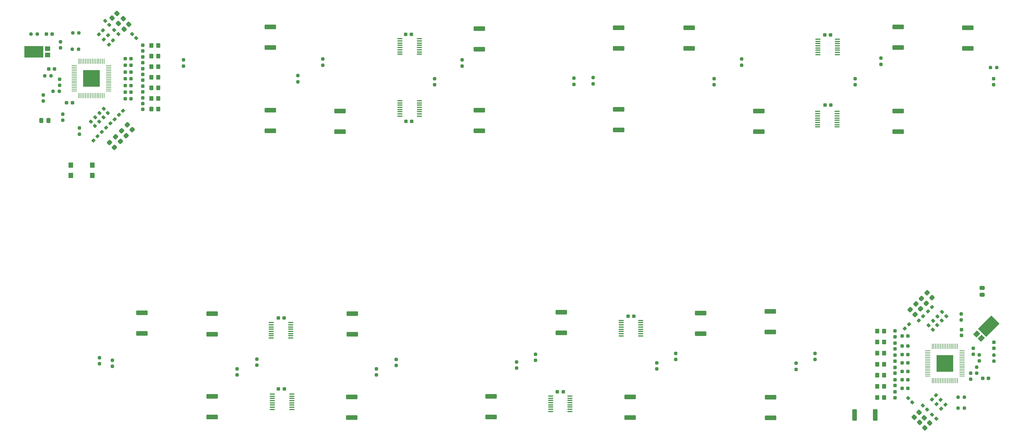
<source format=gbr>
%TF.GenerationSoftware,KiCad,Pcbnew,7.0.8*%
%TF.CreationDate,2023-12-06T14:39:46-05:00*%
%TF.ProjectId,BMS1,424d5331-2e6b-4696-9361-645f70636258,1*%
%TF.SameCoordinates,Original*%
%TF.FileFunction,Paste,Top*%
%TF.FilePolarity,Positive*%
%FSLAX46Y46*%
G04 Gerber Fmt 4.6, Leading zero omitted, Abs format (unit mm)*
G04 Created by KiCad (PCBNEW 7.0.8) date 2023-12-06 14:39:46*
%MOMM*%
%LPD*%
G01*
G04 APERTURE LIST*
G04 Aperture macros list*
%AMRoundRect*
0 Rectangle with rounded corners*
0 $1 Rounding radius*
0 $2 $3 $4 $5 $6 $7 $8 $9 X,Y pos of 4 corners*
0 Add a 4 corners polygon primitive as box body*
4,1,4,$2,$3,$4,$5,$6,$7,$8,$9,$2,$3,0*
0 Add four circle primitives for the rounded corners*
1,1,$1+$1,$2,$3*
1,1,$1+$1,$4,$5*
1,1,$1+$1,$6,$7*
1,1,$1+$1,$8,$9*
0 Add four rect primitives between the rounded corners*
20,1,$1+$1,$2,$3,$4,$5,0*
20,1,$1+$1,$4,$5,$6,$7,0*
20,1,$1+$1,$6,$7,$8,$9,0*
20,1,$1+$1,$8,$9,$2,$3,0*%
%AMRotRect*
0 Rectangle, with rotation*
0 The origin of the aperture is its center*
0 $1 length*
0 $2 width*
0 $3 Rotation angle, in degrees counterclockwise*
0 Add horizontal line*
21,1,$1,$2,0,0,$3*%
G04 Aperture macros list end*
%ADD10RoundRect,0.249999X-1.425001X0.450001X-1.425001X-0.450001X1.425001X-0.450001X1.425001X0.450001X0*%
%ADD11RoundRect,0.250000X-0.350000X-0.450000X0.350000X-0.450000X0.350000X0.450000X-0.350000X0.450000X0*%
%ADD12RoundRect,0.237500X-0.044194X-0.380070X0.380070X0.044194X0.044194X0.380070X-0.380070X-0.044194X0*%
%ADD13RoundRect,0.237500X0.371231X-0.035355X-0.035355X0.371231X-0.371231X0.035355X0.035355X-0.371231X0*%
%ADD14RoundRect,0.237500X-0.237500X0.300000X-0.237500X-0.300000X0.237500X-0.300000X0.237500X0.300000X0*%
%ADD15RoundRect,0.100000X-0.637500X-0.100000X0.637500X-0.100000X0.637500X0.100000X-0.637500X0.100000X0*%
%ADD16RoundRect,0.237500X0.380070X-0.044194X-0.044194X0.380070X-0.380070X0.044194X0.044194X-0.380070X0*%
%ADD17RoundRect,0.237500X0.300000X0.237500X-0.300000X0.237500X-0.300000X-0.237500X0.300000X-0.237500X0*%
%ADD18RoundRect,0.237500X0.237500X-0.250000X0.237500X0.250000X-0.237500X0.250000X-0.237500X-0.250000X0*%
%ADD19RoundRect,0.237500X-0.237500X0.250000X-0.237500X-0.250000X0.237500X-0.250000X0.237500X0.250000X0*%
%ADD20RoundRect,0.237500X0.250000X0.237500X-0.250000X0.237500X-0.250000X-0.237500X0.250000X-0.237500X0*%
%ADD21RoundRect,0.250000X-0.565685X-0.070711X-0.070711X-0.565685X0.565685X0.070711X0.070711X0.565685X0*%
%ADD22R,5.571200X3.410801*%
%ADD23R,1.603200X1.390000*%
%ADD24R,1.400000X1.650000*%
%ADD25RoundRect,0.237500X0.237500X-0.300000X0.237500X0.300000X-0.237500X0.300000X-0.237500X-0.300000X0*%
%ADD26R,0.250000X1.500000*%
%ADD27R,1.500000X0.250000*%
%ADD28R,5.000000X5.000000*%
%ADD29RoundRect,0.237500X0.035355X0.371231X-0.371231X-0.035355X-0.035355X-0.371231X0.371231X0.035355X0*%
%ADD30RoundRect,0.237500X0.287500X0.237500X-0.287500X0.237500X-0.287500X-0.237500X0.287500X-0.237500X0*%
%ADD31RoundRect,0.249999X1.425001X-0.450001X1.425001X0.450001X-1.425001X0.450001X-1.425001X-0.450001X0*%
%ADD32RoundRect,0.250000X0.565685X0.070711X0.070711X0.565685X-0.565685X-0.070711X-0.070711X-0.565685X0*%
%ADD33RoundRect,0.237500X-0.035355X-0.371231X0.371231X0.035355X0.035355X0.371231X-0.371231X-0.035355X0*%
%ADD34RoundRect,0.250000X0.350000X0.450000X-0.350000X0.450000X-0.350000X-0.450000X0.350000X-0.450000X0*%
%ADD35RoundRect,0.237500X-0.371231X0.035355X0.035355X-0.371231X0.371231X-0.035355X-0.035355X0.371231X0*%
%ADD36RotRect,5.571200X3.410801X45.000000*%
%ADD37RotRect,1.603200X1.390000X45.000000*%
%ADD38RoundRect,0.250000X-0.070711X0.565685X-0.565685X0.070711X0.070711X-0.565685X0.565685X-0.070711X0*%
%ADD39RoundRect,0.237500X-0.250000X-0.237500X0.250000X-0.237500X0.250000X0.237500X-0.250000X0.237500X0*%
%ADD40RoundRect,0.237500X-0.300000X-0.237500X0.300000X-0.237500X0.300000X0.237500X-0.300000X0.237500X0*%
%ADD41RoundRect,0.237500X0.237500X-0.287500X0.237500X0.287500X-0.237500X0.287500X-0.237500X-0.287500X0*%
%ADD42RoundRect,0.237500X-0.287500X-0.237500X0.287500X-0.237500X0.287500X0.237500X-0.287500X0.237500X0*%
%ADD43RoundRect,0.237500X-0.380070X0.044194X0.044194X-0.380070X0.380070X-0.044194X-0.044194X0.380070X0*%
%ADD44RoundRect,0.237500X0.044194X0.380070X-0.380070X-0.044194X-0.044194X-0.380070X0.380070X0.044194X0*%
%ADD45RoundRect,0.250000X-0.337500X-0.475000X0.337500X-0.475000X0.337500X0.475000X-0.337500X0.475000X0*%
%ADD46RoundRect,0.249999X-0.450001X-1.425001X0.450001X-1.425001X0.450001X1.425001X-0.450001X1.425001X0*%
%ADD47RoundRect,0.250000X0.070711X-0.565685X0.565685X-0.070711X-0.070711X0.565685X-0.565685X0.070711X0*%
%ADD48RoundRect,0.250000X0.475000X-0.337500X0.475000X0.337500X-0.475000X0.337500X-0.475000X-0.337500X0*%
G04 APERTURE END LIST*
D10*
%TO.C,R31*%
X129858000Y-125220000D03*
X129858000Y-131320000D03*
%TD*%
D11*
%TO.C,R24*%
X284912000Y-133658500D03*
X286912000Y-133658500D03*
%TD*%
D12*
%TO.C,C28*%
X55917598Y-71468696D03*
X57137358Y-70248936D03*
%TD*%
D13*
%TO.C,L23*%
X53888718Y-69672718D03*
X52651282Y-68435282D03*
%TD*%
D14*
%TO.C,C20*%
X290152000Y-137565500D03*
X290152000Y-139290500D03*
%TD*%
D15*
%TO.C,U5*%
X105933500Y-127898000D03*
X105933500Y-128548000D03*
X105933500Y-129198000D03*
X105933500Y-129848000D03*
X105933500Y-130498000D03*
X105933500Y-131148000D03*
X105933500Y-131798000D03*
X105933500Y-132448000D03*
X111658500Y-132448000D03*
X111658500Y-131798000D03*
X111658500Y-131148000D03*
X111658500Y-130498000D03*
X111658500Y-129848000D03*
X111658500Y-129198000D03*
X111658500Y-128548000D03*
X111658500Y-127898000D03*
%TD*%
D13*
%TO.C,L24*%
X55158719Y-68402717D03*
X53921283Y-67165281D03*
%TD*%
D12*
%TO.C,C30*%
X60964105Y-66422189D03*
X62183865Y-65202429D03*
%TD*%
D16*
%TO.C,C38*%
X60788100Y-42536100D03*
X59568340Y-41316340D03*
%TD*%
D17*
%TO.C,C1*%
X109798105Y-147545185D03*
X108073105Y-147545185D03*
%TD*%
%TO.C,C8*%
X271219000Y-63500000D03*
X269494000Y-63500000D03*
%TD*%
%TO.C,C2*%
X271118499Y-42775500D03*
X269393499Y-42775500D03*
%TD*%
D18*
%TO.C,R45*%
X178372000Y-141374500D03*
X178372000Y-139549500D03*
%TD*%
D19*
%TO.C,R51*%
X55182000Y-138279500D03*
X55182000Y-140104500D03*
%TD*%
D20*
%TO.C,R4*%
X310626000Y-149987000D03*
X308801000Y-149987000D03*
%TD*%
D21*
%TO.C,R17*%
X296309573Y-122398012D03*
X297723787Y-123812226D03*
%TD*%
D22*
%TO.C,Q2*%
X35821900Y-47752000D03*
D23*
X39905499Y-48672001D03*
X39905499Y-46831999D03*
%TD*%
D18*
%TO.C,R44*%
X183960000Y-139088500D03*
X183960000Y-137263500D03*
%TD*%
D24*
%TO.C,T1*%
X53086000Y-84328000D03*
X53086000Y-81280000D03*
X46736000Y-81280000D03*
X46736000Y-84328000D03*
%TD*%
D19*
%TO.C,R5*%
X315044000Y-137412000D03*
X315044000Y-139237000D03*
%TD*%
D25*
%TO.C,C34*%
X68002000Y-54460149D03*
X68002000Y-52735149D03*
%TD*%
D18*
%TO.C,R84*%
X278384000Y-57554500D03*
X278384000Y-55729500D03*
%TD*%
D16*
%TO.C,C39*%
X58096000Y-39844000D03*
X56876240Y-38624240D03*
%TD*%
D26*
%TO.C,U10*%
X49082000Y-60701000D03*
X49582000Y-60701000D03*
X50082000Y-60701000D03*
X50582000Y-60701000D03*
X51082000Y-60701000D03*
X51582000Y-60701000D03*
X52082000Y-60701000D03*
X52582000Y-60701000D03*
X53082000Y-60701000D03*
X53582000Y-60701000D03*
X54082000Y-60701000D03*
X54582000Y-60701000D03*
X55082000Y-60701000D03*
X55582000Y-60701000D03*
X56082000Y-60701000D03*
X56582000Y-60701000D03*
D27*
X57907000Y-59376000D03*
X57907000Y-58876000D03*
X57907000Y-58376000D03*
X57907000Y-57876000D03*
X57907000Y-57376000D03*
X57907000Y-56876000D03*
X57907000Y-56376000D03*
X57907000Y-55876000D03*
X57907000Y-55376000D03*
X57907000Y-54876000D03*
X57907000Y-54376000D03*
X57907000Y-53876000D03*
X57907000Y-53376000D03*
X57907000Y-52876000D03*
X57907000Y-52376000D03*
X57907000Y-51876000D03*
D26*
X56582000Y-50551000D03*
X56082000Y-50551000D03*
X55582000Y-50551000D03*
X55082000Y-50551000D03*
X54582000Y-50551000D03*
X54082000Y-50551000D03*
X53582000Y-50551000D03*
X53082000Y-50551000D03*
X52582000Y-50551000D03*
X52082000Y-50551000D03*
X51582000Y-50551000D03*
X51082000Y-50551000D03*
X50582000Y-50551000D03*
X50082000Y-50551000D03*
X49582000Y-50551000D03*
X49082000Y-50551000D03*
D27*
X47757000Y-51876000D03*
X47757000Y-52376000D03*
X47757000Y-52876000D03*
X47757000Y-53376000D03*
X47757000Y-53876000D03*
X47757000Y-54376000D03*
X47757000Y-54876000D03*
X47757000Y-55376000D03*
X47757000Y-55876000D03*
X47757000Y-56376000D03*
X47757000Y-56876000D03*
X47757000Y-57376000D03*
X47757000Y-57876000D03*
X47757000Y-58376000D03*
X47757000Y-58876000D03*
X47757000Y-59376000D03*
D28*
X52832000Y-55626000D03*
%TD*%
D18*
%TO.C,R85*%
X244856000Y-51759500D03*
X244856000Y-49934500D03*
%TD*%
D29*
%TO.C,L18*%
X57730038Y-42902601D03*
X56492602Y-44140037D03*
%TD*%
D18*
%TO.C,R40*%
X266510000Y-138834500D03*
X266510000Y-137009500D03*
%TD*%
D17*
%TO.C,C3*%
X192188500Y-148336001D03*
X190463500Y-148336001D03*
%TD*%
D14*
%TO.C,C32*%
X68002000Y-59643949D03*
X68002000Y-61368949D03*
%TD*%
D30*
%TO.C,L28*%
X64559001Y-57729800D03*
X62809001Y-57729800D03*
%TD*%
D31*
%TO.C,R67*%
X291084000Y-71376000D03*
X291084000Y-65276000D03*
%TD*%
D32*
%TO.C,R58*%
X59632707Y-76043507D03*
X58218493Y-74629293D03*
%TD*%
D10*
%TO.C,R72*%
X311658000Y-40636000D03*
X311658000Y-46736000D03*
%TD*%
D33*
%TO.C,L15*%
X301046682Y-150622218D03*
X302284118Y-149384782D03*
%TD*%
D34*
%TO.C,R65*%
X72542000Y-55338000D03*
X70542000Y-55338000D03*
%TD*%
D35*
%TO.C,L7*%
X304049282Y-124755282D03*
X305286718Y-125992718D03*
%TD*%
D15*
%TO.C,U4*%
X143980315Y-43920475D03*
X143980315Y-44570475D03*
X143980315Y-45220475D03*
X143980315Y-45870475D03*
X143980315Y-46520475D03*
X143980315Y-47170475D03*
X143980315Y-47820475D03*
X143980315Y-48470475D03*
X149705315Y-48470475D03*
X149705315Y-47820475D03*
X149705315Y-47170475D03*
X149705315Y-46520475D03*
X149705315Y-45870475D03*
X149705315Y-45220475D03*
X149705315Y-44570475D03*
X149705315Y-43920475D03*
%TD*%
D14*
%TO.C,C21*%
X290152000Y-141168759D03*
X290152000Y-142893759D03*
%TD*%
D15*
%TO.C,U6*%
X188463500Y-149617000D03*
X188463500Y-150267000D03*
X188463500Y-150917000D03*
X188463500Y-151567000D03*
X188463500Y-152217000D03*
X188463500Y-152867000D03*
X188463500Y-153517000D03*
X188463500Y-154167000D03*
X194188500Y-154167000D03*
X194188500Y-153517000D03*
X194188500Y-152867000D03*
X194188500Y-152217000D03*
X194188500Y-151567000D03*
X194188500Y-150917000D03*
X194188500Y-150267000D03*
X194188500Y-149617000D03*
%TD*%
D20*
%TO.C,R81*%
X320214000Y-52451000D03*
X318389000Y-52451000D03*
%TD*%
D25*
%TO.C,C35*%
X68002000Y-51005749D03*
X68002000Y-49280749D03*
%TD*%
D18*
%TO.C,R88*%
X195326000Y-57404000D03*
X195326000Y-55579000D03*
%TD*%
D36*
%TO.C,Q1*%
X317852202Y-128997798D03*
D37*
X314314123Y-131234799D03*
X315615201Y-132535877D03*
%TD*%
D19*
%TO.C,R47*%
X136970000Y-141581500D03*
X136970000Y-143406500D03*
%TD*%
D15*
%TO.C,U3*%
X267393500Y-44056500D03*
X267393500Y-44706500D03*
X267393500Y-45356500D03*
X267393500Y-46006500D03*
X267393500Y-46656500D03*
X267393500Y-47306500D03*
X267393500Y-47956500D03*
X267393500Y-48606500D03*
X273118500Y-48606500D03*
X273118500Y-47956500D03*
X273118500Y-47306500D03*
X273118500Y-46656500D03*
X273118500Y-46006500D03*
X273118500Y-45356500D03*
X273118500Y-44706500D03*
X273118500Y-44056500D03*
%TD*%
D18*
%TO.C,R95*%
X319405000Y-139342500D03*
X319405000Y-137517500D03*
%TD*%
D11*
%TO.C,R22*%
X284912000Y-150027200D03*
X286912000Y-150027200D03*
%TD*%
D21*
%TO.C,R20*%
X297966673Y-120755113D03*
X299380887Y-122169327D03*
%TD*%
D19*
%TO.C,R1*%
X313266000Y-135483500D03*
X313266000Y-137308500D03*
%TD*%
D18*
%TO.C,R89*%
X162306000Y-52013500D03*
X162306000Y-50188500D03*
%TD*%
D34*
%TO.C,R61*%
X72542000Y-45953149D03*
X70542000Y-45953149D03*
%TD*%
D14*
%TO.C,C23*%
X290152001Y-148375280D03*
X290152001Y-150100280D03*
%TD*%
D30*
%TO.C,L29*%
X64559000Y-53771700D03*
X62809000Y-53771700D03*
%TD*%
D19*
%TO.C,R50*%
X58992000Y-139041500D03*
X58992000Y-140866500D03*
%TD*%
D14*
%TO.C,C22*%
X290152000Y-144772020D03*
X290152000Y-146497020D03*
%TD*%
D19*
%TO.C,R48*%
X101664000Y-138684000D03*
X101664000Y-140509000D03*
%TD*%
D31*
%TO.C,R30*%
X253429000Y-156085000D03*
X253429000Y-149985000D03*
%TD*%
D38*
%TO.C,R53*%
X62215827Y-37948713D03*
X60801613Y-39362927D03*
%TD*%
D18*
%TO.C,R90*%
X154178000Y-57531000D03*
X154178000Y-55706000D03*
%TD*%
D17*
%TO.C,C14*%
X47217500Y-62865000D03*
X45492500Y-62865000D03*
%TD*%
D18*
%TO.C,R91*%
X121158000Y-51759500D03*
X121158000Y-49934500D03*
%TD*%
D15*
%TO.C,U8*%
X267325000Y-65428500D03*
X267325000Y-66078500D03*
X267325000Y-66728500D03*
X267325000Y-67378500D03*
X267325000Y-68028500D03*
X267325000Y-68678500D03*
X267325000Y-69328500D03*
X267325000Y-69978500D03*
X273050000Y-69978500D03*
X273050000Y-69328500D03*
X273050000Y-68678500D03*
X273050000Y-68028500D03*
X273050000Y-67378500D03*
X273050000Y-66728500D03*
X273050000Y-66078500D03*
X273050000Y-65428500D03*
%TD*%
D31*
%TO.C,R69*%
X105664000Y-71122000D03*
X105664000Y-65022000D03*
%TD*%
D39*
%TO.C,R94*%
X35005000Y-42545000D03*
X36830000Y-42545000D03*
%TD*%
D10*
%TO.C,R75*%
X105664000Y-40384000D03*
X105664000Y-46484000D03*
%TD*%
D39*
%TO.C,R8*%
X47324000Y-42164000D03*
X49149000Y-42164000D03*
%TD*%
D31*
%TO.C,R77*%
X126238000Y-71376000D03*
X126238000Y-65276000D03*
%TD*%
D34*
%TO.C,R52*%
X72542000Y-49081434D03*
X70542000Y-49081434D03*
%TD*%
D32*
%TO.C,R59*%
X61376907Y-74299307D03*
X59962693Y-72885093D03*
%TD*%
D39*
%TO.C,R9*%
X47197000Y-46990000D03*
X49022000Y-46990000D03*
%TD*%
D29*
%TO.C,L27*%
X59214938Y-44387502D03*
X57977502Y-45624938D03*
%TD*%
D11*
%TO.C,R23*%
X284912000Y-130384800D03*
X286912000Y-130384800D03*
%TD*%
D32*
%TO.C,R13*%
X301087987Y-120476427D03*
X299673773Y-119062213D03*
%TD*%
D40*
%TO.C,C12*%
X40185000Y-52832000D03*
X41910000Y-52832000D03*
%TD*%
D12*
%TO.C,C27*%
X53394345Y-73991949D03*
X54614105Y-72772189D03*
%TD*%
D18*
%TO.C,R79*%
X49276000Y-72136000D03*
X49276000Y-70311000D03*
%TD*%
D34*
%TO.C,R64*%
X72542000Y-58466283D03*
X70542000Y-58466283D03*
%TD*%
D41*
%TO.C,D2*%
X319405000Y-135495000D03*
X319405000Y-133745000D03*
%TD*%
D10*
%TO.C,R74*%
X229362000Y-40638000D03*
X229362000Y-46738000D03*
%TD*%
D18*
%TO.C,R43*%
X219774000Y-141628500D03*
X219774000Y-139803500D03*
%TD*%
D17*
%TO.C,C4*%
X147350815Y-42639474D03*
X145625815Y-42639474D03*
%TD*%
D42*
%TO.C,D1*%
X39525001Y-42545000D03*
X41275001Y-42545000D03*
%TD*%
D34*
%TO.C,R62*%
X72542000Y-64722849D03*
X70542000Y-64722849D03*
%TD*%
D43*
%TO.C,C24*%
X294052120Y-150264120D03*
X295271880Y-151483880D03*
%TD*%
D19*
%TO.C,R87*%
X201041000Y-55428500D03*
X201041000Y-57253500D03*
%TD*%
D10*
%TO.C,R78*%
X208534000Y-40638000D03*
X208534000Y-46738000D03*
%TD*%
%TO.C,R37*%
X88476000Y-125220000D03*
X88476000Y-131320000D03*
%TD*%
D35*
%TO.C,L8*%
X301409282Y-127395282D03*
X302646718Y-128632718D03*
%TD*%
D44*
%TO.C,C15*%
X301113880Y-123340120D03*
X299894120Y-124559880D03*
%TD*%
D40*
%TO.C,C6*%
X145722000Y-68326000D03*
X147447000Y-68326000D03*
%TD*%
D12*
%TO.C,C29*%
X58440851Y-68945443D03*
X59660611Y-67725683D03*
%TD*%
D18*
%TO.C,R11*%
X43434000Y-57705000D03*
X43434000Y-55880000D03*
%TD*%
D10*
%TO.C,R70*%
X291084000Y-40382000D03*
X291084000Y-46482000D03*
%TD*%
D15*
%TO.C,U2*%
X209311500Y-127263000D03*
X209311500Y-127913000D03*
X209311500Y-128563000D03*
X209311500Y-129213000D03*
X209311500Y-129863000D03*
X209311500Y-130513000D03*
X209311500Y-131163000D03*
X209311500Y-131813000D03*
X215036500Y-131813000D03*
X215036500Y-131163000D03*
X215036500Y-130513000D03*
X215036500Y-129863000D03*
X215036500Y-129213000D03*
X215036500Y-128563000D03*
X215036500Y-127913000D03*
X215036500Y-127263000D03*
%TD*%
D42*
%TO.C,L16*%
X292263000Y-147318000D03*
X294013000Y-147318000D03*
%TD*%
D39*
%TO.C,R10*%
X39069000Y-54864000D03*
X40894000Y-54864000D03*
%TD*%
D10*
%TO.C,R68*%
X167386000Y-40892000D03*
X167386000Y-46992000D03*
%TD*%
D45*
%TO.C,C10*%
X38057000Y-68072000D03*
X40132000Y-68072000D03*
%TD*%
D18*
%TO.C,R86*%
X236728000Y-57554500D03*
X236728000Y-55729500D03*
%TD*%
D42*
%TO.C,L9*%
X292263000Y-134829670D03*
X294013000Y-134829670D03*
%TD*%
D19*
%TO.C,R80*%
X38608000Y-60555500D03*
X38608000Y-62380500D03*
%TD*%
D11*
%TO.C,R15*%
X284912000Y-146753500D03*
X286912000Y-146753500D03*
%TD*%
D46*
%TO.C,R32*%
X278192001Y-155194000D03*
X284292001Y-155194000D03*
%TD*%
D32*
%TO.C,R56*%
X64865307Y-70810907D03*
X63451093Y-69396693D03*
%TD*%
D31*
%TO.C,R28*%
X129731000Y-155958000D03*
X129731000Y-149858000D03*
%TD*%
D47*
%TO.C,R16*%
X297424400Y-157446300D03*
X298838614Y-156032086D03*
%TD*%
D44*
%TO.C,C16*%
X298419780Y-126034220D03*
X297200020Y-127253980D03*
%TD*%
D11*
%TO.C,R26*%
X284912000Y-140206000D03*
X286912000Y-140206000D03*
%TD*%
D30*
%TO.C,L31*%
X64559000Y-55750800D03*
X62809000Y-55750800D03*
%TD*%
D25*
%TO.C,C36*%
X68002000Y-47551349D03*
X68002000Y-45826349D03*
%TD*%
D18*
%TO.C,R42*%
X225362000Y-138834500D03*
X225362000Y-137009500D03*
%TD*%
D20*
%TO.C,R3*%
X310633317Y-153183790D03*
X308808317Y-153183790D03*
%TD*%
D31*
%TO.C,R76*%
X208536000Y-70868000D03*
X208536000Y-64768000D03*
%TD*%
D21*
%TO.C,R18*%
X294659574Y-124048012D03*
X296073788Y-125462226D03*
%TD*%
D47*
%TO.C,R19*%
X295868800Y-155890700D03*
X297283014Y-154476486D03*
%TD*%
D31*
%TO.C,R34*%
X211900000Y-155958000D03*
X211900000Y-149858000D03*
%TD*%
D34*
%TO.C,R63*%
X72542000Y-61594566D03*
X70542000Y-61594566D03*
%TD*%
D18*
%TO.C,R41*%
X260922000Y-141732000D03*
X260922000Y-139907000D03*
%TD*%
D30*
%TO.C,L21*%
X64559001Y-61688000D03*
X62809001Y-61688000D03*
%TD*%
D33*
%TO.C,L1*%
X302425282Y-152000718D03*
X303662718Y-150763282D03*
%TD*%
D19*
%TO.C,R12*%
X43688000Y-44807500D03*
X43688000Y-46632500D03*
%TD*%
D38*
%TO.C,R66*%
X60377327Y-36393114D03*
X58963113Y-37807328D03*
%TD*%
D15*
%TO.C,U1*%
X106268605Y-149024185D03*
X106268605Y-149674185D03*
X106268605Y-150324185D03*
X106268605Y-150974185D03*
X106268605Y-151624185D03*
X106268605Y-152274185D03*
X106268605Y-152924185D03*
X106268605Y-153574185D03*
X111993605Y-153574185D03*
X111993605Y-152924185D03*
X111993605Y-152274185D03*
X111993605Y-151624185D03*
X111993605Y-150974185D03*
X111993605Y-150324185D03*
X111993605Y-149674185D03*
X111993605Y-149024185D03*
%TD*%
D18*
%TO.C,R92*%
X113792000Y-56665500D03*
X113792000Y-54840500D03*
%TD*%
D43*
%TO.C,C26*%
X301101413Y-155125627D03*
X302321173Y-156345387D03*
%TD*%
D42*
%TO.C,L14*%
X292262999Y-144820334D03*
X294012999Y-144820334D03*
%TD*%
%TO.C,L13*%
X292263000Y-142322668D03*
X294013000Y-142322668D03*
%TD*%
D18*
%TO.C,R93*%
X80010000Y-52013500D03*
X80010000Y-50188500D03*
%TD*%
D31*
%TO.C,R35*%
X88476000Y-155831000D03*
X88476000Y-149731000D03*
%TD*%
D30*
%TO.C,L26*%
X64559001Y-59708900D03*
X62809001Y-59708900D03*
%TD*%
D13*
%TO.C,L20*%
X57698718Y-65862718D03*
X56461282Y-64625282D03*
%TD*%
D17*
%TO.C,C11*%
X317791500Y-144399000D03*
X316066500Y-144399000D03*
%TD*%
D14*
%TO.C,C13*%
X309775000Y-129972000D03*
X309775000Y-131697000D03*
%TD*%
%TO.C,C19*%
X290152000Y-133962240D03*
X290152000Y-135687240D03*
%TD*%
D29*
%TO.C,L17*%
X56245139Y-41417702D03*
X55007703Y-42655138D03*
%TD*%
D11*
%TO.C,R21*%
X284912000Y-143479700D03*
X286912000Y-143479700D03*
%TD*%
D18*
%TO.C,R82*%
X319278000Y-57554500D03*
X319278000Y-55729500D03*
%TD*%
D35*
%TO.C,L3*%
X302729282Y-126075282D03*
X303966718Y-127312718D03*
%TD*%
D10*
%TO.C,R27*%
X253302000Y-124585000D03*
X253302000Y-130685000D03*
%TD*%
D13*
%TO.C,L25*%
X56428718Y-67132718D03*
X55191282Y-65895282D03*
%TD*%
D25*
%TO.C,C33*%
X68002000Y-57914549D03*
X68002000Y-56189549D03*
%TD*%
D31*
%TO.C,R71*%
X167386000Y-71122000D03*
X167386000Y-65022000D03*
%TD*%
D19*
%TO.C,R49*%
X95822000Y-141581500D03*
X95822000Y-143406500D03*
%TD*%
D16*
%TO.C,C37*%
X66071879Y-43755880D03*
X64852119Y-42536120D03*
%TD*%
D31*
%TO.C,R38*%
X170879000Y-155830999D03*
X170879000Y-149730999D03*
%TD*%
D30*
%TO.C,L32*%
X64559000Y-51792600D03*
X62809000Y-51792600D03*
%TD*%
D10*
%TO.C,R33*%
X232728000Y-125093000D03*
X232728000Y-131193000D03*
%TD*%
D44*
%TO.C,C17*%
X294297880Y-128420120D03*
X293078120Y-129639880D03*
%TD*%
D38*
%TO.C,R57*%
X63877527Y-39681113D03*
X62463313Y-41095327D03*
%TD*%
D42*
%TO.C,L12*%
X292263000Y-139825001D03*
X294013000Y-139825001D03*
%TD*%
D19*
%TO.C,R54*%
X44380000Y-66213000D03*
X44380000Y-68038000D03*
%TD*%
D11*
%TO.C,R25*%
X284912000Y-136932300D03*
X286912000Y-136932300D03*
%TD*%
D48*
%TO.C,C9*%
X315913000Y-119677000D03*
X315913000Y-117602000D03*
%TD*%
D47*
%TO.C,R14*%
X298979999Y-159002000D03*
X300394213Y-157587786D03*
%TD*%
D25*
%TO.C,C31*%
X68002000Y-64823349D03*
X68002000Y-63098349D03*
%TD*%
D30*
%TO.C,L30*%
X64559000Y-49813500D03*
X62809000Y-49813500D03*
%TD*%
D42*
%TO.C,L4*%
X292263000Y-131826000D03*
X294013000Y-131826000D03*
%TD*%
D39*
%TO.C,R6*%
X41505500Y-59436000D03*
X43330500Y-59436000D03*
%TD*%
D17*
%TO.C,C7*%
X109759000Y-126490000D03*
X108034000Y-126490000D03*
%TD*%
D18*
%TO.C,R7*%
X314262000Y-142896500D03*
X314262000Y-141071500D03*
%TD*%
%TO.C,R83*%
X286004000Y-51505500D03*
X286004000Y-49680500D03*
%TD*%
D14*
%TO.C,C18*%
X290152000Y-130358981D03*
X290152000Y-132083981D03*
%TD*%
D19*
%TO.C,R46*%
X142812000Y-138787501D03*
X142812000Y-140612501D03*
%TD*%
D10*
%TO.C,R36*%
X191580000Y-124839000D03*
X191580000Y-130939000D03*
%TD*%
D32*
%TO.C,R55*%
X63121107Y-72555107D03*
X61706893Y-71140893D03*
%TD*%
D31*
%TO.C,R73*%
X249936000Y-71378000D03*
X249936000Y-65278000D03*
%TD*%
D15*
%TO.C,U7*%
X143949500Y-62241000D03*
X143949500Y-62891000D03*
X143949500Y-63541000D03*
X143949500Y-64191000D03*
X143949500Y-64841000D03*
X143949500Y-65491000D03*
X143949500Y-66141000D03*
X143949500Y-66791000D03*
X149674500Y-66791000D03*
X149674500Y-66141000D03*
X149674500Y-65491000D03*
X149674500Y-64841000D03*
X149674500Y-64191000D03*
X149674500Y-63541000D03*
X149674500Y-62891000D03*
X149674500Y-62241000D03*
%TD*%
D10*
%TO.C,R29*%
X67755000Y-124966000D03*
X67755000Y-131066000D03*
%TD*%
D43*
%TO.C,C25*%
X298407413Y-152431527D03*
X299627173Y-153651287D03*
%TD*%
D18*
%TO.C,R2*%
X312484000Y-144674500D03*
X312484000Y-142849500D03*
%TD*%
D35*
%TO.C,L11*%
X300089282Y-128715282D03*
X301326718Y-129952718D03*
%TD*%
D34*
%TO.C,R60*%
X72542000Y-52209717D03*
X70542000Y-52209717D03*
%TD*%
D26*
%TO.C,U9*%
X308634000Y-134877000D03*
X308134000Y-134877000D03*
X307634000Y-134877000D03*
X307134000Y-134877000D03*
X306634000Y-134877000D03*
X306134000Y-134877000D03*
X305634000Y-134877000D03*
X305134000Y-134877000D03*
X304634000Y-134877000D03*
X304134000Y-134877000D03*
X303634000Y-134877000D03*
X303134000Y-134877000D03*
X302634000Y-134877000D03*
X302134000Y-134877000D03*
X301634000Y-134877000D03*
X301134000Y-134877000D03*
D27*
X299809000Y-136202000D03*
X299809000Y-136702000D03*
X299809000Y-137202000D03*
X299809000Y-137702000D03*
X299809000Y-138202000D03*
X299809000Y-138702000D03*
X299809000Y-139202000D03*
X299809000Y-139702000D03*
X299809000Y-140202000D03*
X299809000Y-140702000D03*
X299809000Y-141202000D03*
X299809000Y-141702000D03*
X299809000Y-142202000D03*
X299809000Y-142702000D03*
X299809000Y-143202000D03*
X299809000Y-143702000D03*
D26*
X301134000Y-145027000D03*
X301634000Y-145027000D03*
X302134000Y-145027000D03*
X302634000Y-145027000D03*
X303134000Y-145027000D03*
X303634000Y-145027000D03*
X304134000Y-145027000D03*
X304634000Y-145027000D03*
X305134000Y-145027000D03*
X305634000Y-145027000D03*
X306134000Y-145027000D03*
X306634000Y-145027000D03*
X307134000Y-145027000D03*
X307634000Y-145027000D03*
X308134000Y-145027000D03*
X308634000Y-145027000D03*
D27*
X309959000Y-143702000D03*
X309959000Y-143202000D03*
X309959000Y-142702000D03*
X309959000Y-142202000D03*
X309959000Y-141702000D03*
X309959000Y-141202000D03*
X309959000Y-140702000D03*
X309959000Y-140202000D03*
X309959000Y-139702000D03*
X309959000Y-139202000D03*
X309959000Y-138702000D03*
X309959000Y-138202000D03*
X309959000Y-137702000D03*
X309959000Y-137202000D03*
X309959000Y-136702000D03*
X309959000Y-136202000D03*
D28*
X304884000Y-139952000D03*
%TD*%
D42*
%TO.C,L10*%
X292263000Y-137327336D03*
X294013000Y-137327336D03*
%TD*%
D18*
%TO.C,R39*%
X309710000Y-127148499D03*
X309710000Y-125323499D03*
%TD*%
D17*
%TO.C,C5*%
X213036500Y-125982000D03*
X211311500Y-125982000D03*
%TD*%
D33*
%TO.C,L2*%
X303803782Y-153379318D03*
X305041218Y-152141882D03*
%TD*%
M02*

</source>
